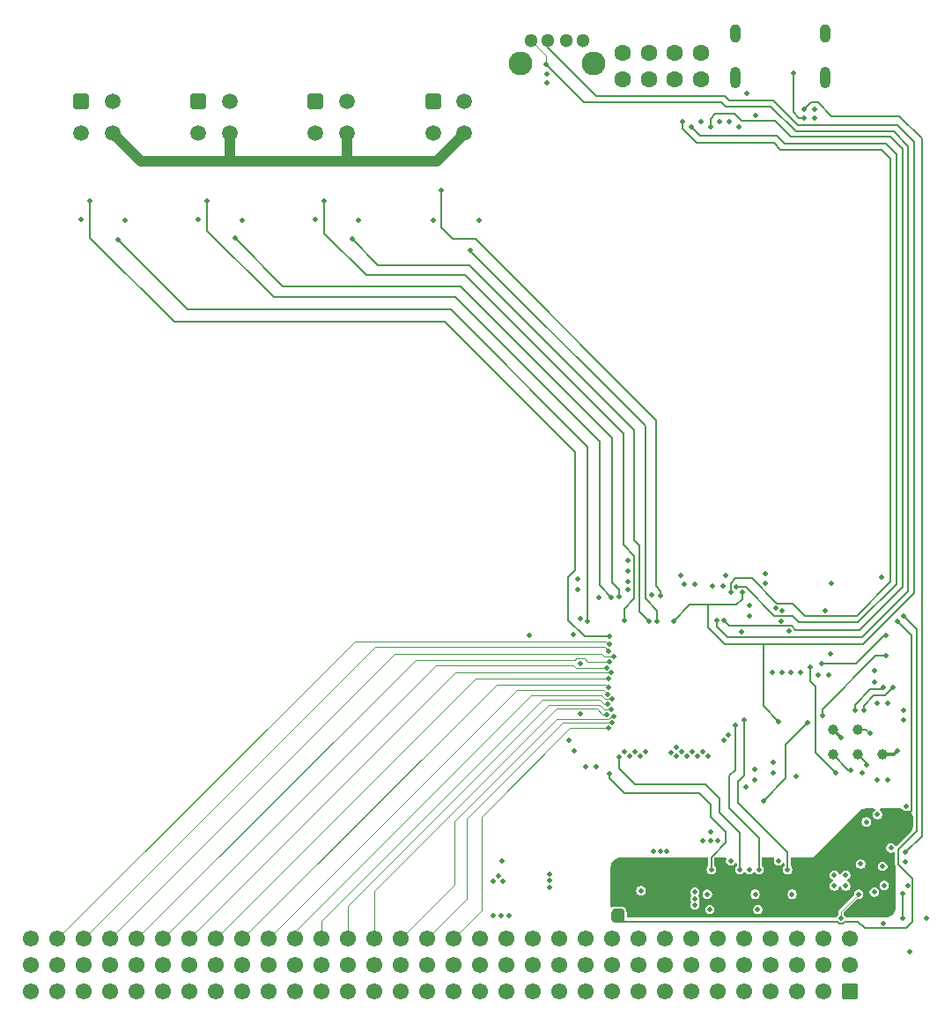
<source format=gbr>
%TF.GenerationSoftware,KiCad,Pcbnew,9.0.2-9.0.2-0~ubuntu24.04.1*%
%TF.CreationDate,2025-05-28T16:11:51+00:00*%
%TF.ProjectId,gpio-module,6770696f-2d6d-46f6-9475-6c652e6b6963,1.0.0*%
%TF.SameCoordinates,Original*%
%TF.FileFunction,Copper,L4,Bot*%
%TF.FilePolarity,Positive*%
%FSLAX46Y46*%
G04 Gerber Fmt 4.6, Leading zero omitted, Abs format (unit mm)*
G04 Created by KiCad (PCBNEW 9.0.2-9.0.2-0~ubuntu24.04.1) date 2025-05-28 16:11:51*
%MOMM*%
%LPD*%
G01*
G04 APERTURE LIST*
G04 Aperture macros list*
%AMRoundRect*
0 Rectangle with rounded corners*
0 $1 Rounding radius*
0 $2 $3 $4 $5 $6 $7 $8 $9 X,Y pos of 4 corners*
0 Add a 4 corners polygon primitive as box body*
4,1,4,$2,$3,$4,$5,$6,$7,$8,$9,$2,$3,0*
0 Add four circle primitives for the rounded corners*
1,1,$1+$1,$2,$3*
1,1,$1+$1,$4,$5*
1,1,$1+$1,$6,$7*
1,1,$1+$1,$8,$9*
0 Add four rect primitives between the rounded corners*
20,1,$1+$1,$2,$3,$4,$5,0*
20,1,$1+$1,$4,$5,$6,$7,0*
20,1,$1+$1,$6,$7,$8,$9,0*
20,1,$1+$1,$8,$9,$2,$3,0*%
G04 Aperture macros list end*
%TA.AperFunction,ComponentPad*%
%ADD10C,1.600000*%
%TD*%
%TA.AperFunction,ComponentPad*%
%ADD11RoundRect,0.250001X-0.499999X-0.499999X0.499999X-0.499999X0.499999X0.499999X-0.499999X0.499999X0*%
%TD*%
%TA.AperFunction,ComponentPad*%
%ADD12C,1.500000*%
%TD*%
%TA.AperFunction,ComponentPad*%
%ADD13C,1.300000*%
%TD*%
%TA.AperFunction,ComponentPad*%
%ADD14C,2.286000*%
%TD*%
%TA.AperFunction,ComponentPad*%
%ADD15O,1.000000X2.100000*%
%TD*%
%TA.AperFunction,ComponentPad*%
%ADD16O,1.000000X1.800000*%
%TD*%
%TA.AperFunction,ComponentPad*%
%ADD17RoundRect,0.249999X0.525001X0.525001X-0.525001X0.525001X-0.525001X-0.525001X0.525001X-0.525001X0*%
%TD*%
%TA.AperFunction,ComponentPad*%
%ADD18C,1.550000*%
%TD*%
%TA.AperFunction,SMDPad,CuDef*%
%ADD19C,1.000000*%
%TD*%
%TA.AperFunction,ViaPad*%
%ADD20C,0.500000*%
%TD*%
%TA.AperFunction,Conductor*%
%ADD21C,0.300000*%
%TD*%
%TA.AperFunction,Conductor*%
%ADD22C,1.000000*%
%TD*%
%TA.AperFunction,Conductor*%
%ADD23C,0.150000*%
%TD*%
%TA.AperFunction,Conductor*%
%ADD24C,0.100000*%
%TD*%
G04 APERTURE END LIST*
D10*
%TO.P,LED300,1*%
%TO.N,Net-(LED300-Pad1)*%
X106863600Y-55785000D03*
%TO.P,LED300,2*%
%TO.N,GND*%
X109403600Y-55785000D03*
%TO.P,LED300,3*%
%TO.N,Net-(LED300-Pad3)*%
X106863600Y-58325000D03*
%TO.P,LED300,4*%
%TO.N,GND*%
X109403600Y-58325000D03*
%TD*%
D11*
%TO.P,J8,1,Pin_1*%
%TO.N,+12V_GPIO*%
X88670000Y-60470001D03*
D12*
%TO.P,J8,2,Pin_2*%
%TO.N,/GPIO connector 3/MOSFET power stage/output*%
X91670000Y-60470001D03*
%TO.P,J8,3,Pin_3*%
%TO.N,Net-(J8-Pin_3)*%
X88670000Y-63470001D03*
%TO.P,J8,4,Pin_4*%
%TO.N,+5V*%
X91670000Y-63470001D03*
%TD*%
D13*
%TO.P,BTN400,1*%
%TO.N,GND*%
X103079415Y-54584163D03*
%TO.P,BTN400,2*%
X101449415Y-54584163D03*
%TO.P,BTN400,3*%
%TO.N,/MCU/SWD.~{RST}*%
X99709415Y-54584163D03*
%TO.P,BTN400,4*%
%TO.N,/MCU/USR_BUTTON*%
X98079415Y-54584163D03*
D14*
%TO.P,BTN400,5*%
%TO.N,N/C*%
X104079415Y-56834163D03*
%TO.P,BTN400,6*%
X97079415Y-56834163D03*
%TD*%
D11*
%TO.P,J11,1,Pin_1*%
%TO.N,+12V_GPIO*%
X54870000Y-60470001D03*
D12*
%TO.P,J11,2,Pin_2*%
%TO.N,/GPIO connector 2/MOSFET power stage/output*%
X57870000Y-60470001D03*
%TO.P,J11,3,Pin_3*%
%TO.N,Net-(J11-Pin_3)*%
X54870000Y-63470001D03*
%TO.P,J11,4,Pin_4*%
%TO.N,+5V*%
X57870000Y-63470001D03*
%TD*%
D11*
%TO.P,J9,1,Pin_1*%
%TO.N,+12V_GPIO*%
X77370000Y-60470001D03*
D12*
%TO.P,J9,2,Pin_2*%
%TO.N,/GPIO connector 0/MOSFET power stage/output*%
X80370000Y-60470001D03*
%TO.P,J9,3,Pin_3*%
%TO.N,Net-(J9-Pin_3)*%
X77370000Y-63470001D03*
%TO.P,J9,4,Pin_4*%
%TO.N,+5V*%
X80370000Y-63470001D03*
%TD*%
D15*
%TO.P,J800,S1,SHIELD*%
%TO.N,Net-(J800-SHIELD)*%
X126370000Y-58140000D03*
D16*
X126370000Y-53960000D03*
D15*
X117730000Y-58140000D03*
D16*
X117730000Y-53960000D03*
%TD*%
D17*
%TO.P,J200,a1,a1*%
%TO.N,GND*%
X128740000Y-145975000D03*
D18*
%TO.P,J200,a2,a2*%
%TO.N,/Backplane/BACKPLANE.D+*%
X126200000Y-145975000D03*
%TO.P,J200,a3,a3*%
%TO.N,+5V_STDBY*%
X123660000Y-145975000D03*
%TO.P,J200,a4,a4*%
%TO.N,GND*%
X121120000Y-145975000D03*
%TO.P,J200,a5,a5*%
%TO.N,/Backplane/CAN1.+*%
X118580000Y-145975000D03*
%TO.P,J200,a6,a6*%
%TO.N,/Backplane/CAN1.-*%
X116040000Y-145975000D03*
%TO.P,J200,a7,a7*%
%TO.N,GND*%
X113500000Y-145975000D03*
%TO.P,J200,a8,a8*%
%TO.N,/Backplane/CAN2.+*%
X110960000Y-145975000D03*
%TO.P,J200,a9,a9*%
%TO.N,/Backplane/CAN2.-*%
X108420000Y-145975000D03*
%TO.P,J200,a10,a10*%
%TO.N,GND*%
X105880000Y-145975000D03*
%TO.P,J200,a11,a11*%
%TO.N,+12V*%
X103340000Y-145975000D03*
%TO.P,J200,a12,a12*%
X100800000Y-145975000D03*
%TO.P,J200,a13,a13*%
%TO.N,GND*%
X98260000Y-145975000D03*
%TO.P,J200,a14,a14*%
%TO.N,+24V*%
X95720000Y-145975000D03*
%TO.P,J200,a15,a15*%
%TO.N,GND*%
X93180000Y-145975000D03*
%TO.P,J200,a16,a16*%
%TO.N,/Backplane/GPIOL0*%
X90640000Y-145975000D03*
%TO.P,J200,a17,a17*%
%TO.N,/Backplane/GPIOL1*%
X88100000Y-145975000D03*
%TO.P,J200,a18,a18*%
%TO.N,/Backplane/GPIOL2*%
X85560000Y-145975000D03*
%TO.P,J200,a19,a19*%
%TO.N,/Backplane/GPIOL3*%
X83020000Y-145975000D03*
%TO.P,J200,a20,a20*%
%TO.N,/Backplane/GPIOL4*%
X80480000Y-145975000D03*
%TO.P,J200,a21,a21*%
%TO.N,/Backplane/GPIOL5*%
X77940000Y-145975000D03*
%TO.P,J200,a22,a22*%
%TO.N,/Backplane/GPIOL6*%
X75400000Y-145975000D03*
%TO.P,J200,a23,a23*%
%TO.N,/Backplane/GPIOL7*%
X72860000Y-145975000D03*
%TO.P,J200,a24,a24*%
%TO.N,/Backplane/GPIOL8*%
X70320000Y-145975000D03*
%TO.P,J200,a25,a25*%
%TO.N,/Backplane/GPIOL9*%
X67780000Y-145975000D03*
%TO.P,J200,a26,a26*%
%TO.N,/Backplane/GPIOL10*%
X65240000Y-145975000D03*
%TO.P,J200,a27,a27*%
%TO.N,/Backplane/GPIOL11*%
X62700000Y-145975000D03*
%TO.P,J200,a28,a28*%
%TO.N,/Backplane/GPIOL12*%
X60160000Y-145975000D03*
%TO.P,J200,a29,a29*%
%TO.N,/Backplane/GPIOL13*%
X57620000Y-145975000D03*
%TO.P,J200,a30,a30*%
%TO.N,/Backplane/GPIOL14*%
X55080000Y-145975000D03*
%TO.P,J200,a31,a31*%
%TO.N,/Backplane/GPIOL15*%
X52540000Y-145975000D03*
%TO.P,J200,a32,a32*%
%TO.N,GND*%
X50000000Y-145975000D03*
%TO.P,J200,b1,b1*%
X128740000Y-143435000D03*
%TO.P,J200,b2,b2*%
X126200000Y-143435000D03*
%TO.P,J200,b3,b3*%
%TO.N,+5V_STDBY*%
X123660000Y-143435000D03*
%TO.P,J200,b4,b4*%
%TO.N,GND*%
X121120000Y-143435000D03*
%TO.P,J200,b5,b5*%
%TO.N,/Backplane/CAN1.+*%
X118580000Y-143435000D03*
%TO.P,J200,b6,b6*%
%TO.N,/Backplane/CAN1.-*%
X116040000Y-143435000D03*
%TO.P,J200,b7,b7*%
%TO.N,GND*%
X113500000Y-143435000D03*
%TO.P,J200,b8,b8*%
%TO.N,/Backplane/CAN2.+*%
X110960000Y-143435000D03*
%TO.P,J200,b9,b9*%
%TO.N,/Backplane/CAN2.-*%
X108420000Y-143435000D03*
%TO.P,J200,b10,b10*%
%TO.N,GND*%
X105880000Y-143435000D03*
%TO.P,J200,b11,b11*%
%TO.N,+12V*%
X103340000Y-143435000D03*
%TO.P,J200,b12,b12*%
X100800000Y-143435000D03*
%TO.P,J200,b13,b13*%
%TO.N,GND*%
X98260000Y-143435000D03*
%TO.P,J200,b14,b14*%
%TO.N,+24V*%
X95720000Y-143435000D03*
%TO.P,J200,b15,b15*%
%TO.N,GND*%
X93180000Y-143435000D03*
%TO.P,J200,b16,b16*%
%TO.N,/Backplane/GPIOC0*%
X90640000Y-143435000D03*
%TO.P,J200,b17,b17*%
%TO.N,/Backplane/GPIOC1*%
X88100000Y-143435000D03*
%TO.P,J200,b18,b18*%
%TO.N,/Backplane/GPIOC2*%
X85560000Y-143435000D03*
%TO.P,J200,b19,b19*%
%TO.N,/Backplane/GPIOC3*%
X83020000Y-143435000D03*
%TO.P,J200,b20,b20*%
%TO.N,/Backplane/GPIOC4*%
X80480000Y-143435000D03*
%TO.P,J200,b21,b21*%
%TO.N,/Backplane/GPIOC5*%
X77940000Y-143435000D03*
%TO.P,J200,b22,b22*%
%TO.N,/Backplane/GPIOC6*%
X75400000Y-143435000D03*
%TO.P,J200,b23,b23*%
%TO.N,/Backplane/GPIOC7*%
X72860000Y-143435000D03*
%TO.P,J200,b24,b24*%
%TO.N,/Backplane/GPIOC8*%
X70320000Y-143435000D03*
%TO.P,J200,b25,b25*%
%TO.N,/Backplane/GPIOC9*%
X67780000Y-143435000D03*
%TO.P,J200,b26,b26*%
%TO.N,/Backplane/GPIOC10*%
X65240000Y-143435000D03*
%TO.P,J200,b27,b27*%
%TO.N,/Backplane/GPIOC11*%
X62700000Y-143435000D03*
%TO.P,J200,b28,b28*%
%TO.N,/Backplane/GPIOC12*%
X60160000Y-143435000D03*
%TO.P,J200,b29,b29*%
%TO.N,/Backplane/GPIOC13*%
X57620000Y-143435000D03*
%TO.P,J200,b30,b30*%
%TO.N,/Backplane/GPIOC14*%
X55080000Y-143435000D03*
%TO.P,J200,b31,b31*%
%TO.N,/Backplane/GPIOC15*%
X52540000Y-143435000D03*
%TO.P,J200,b32,b32*%
%TO.N,GND*%
X50000000Y-143435000D03*
%TO.P,J200,c1,c1*%
X128740000Y-140895000D03*
%TO.P,J200,c2,c2*%
%TO.N,/Backplane/BACKPLANE.D-*%
X126200000Y-140895000D03*
%TO.P,J200,c3,c3*%
%TO.N,+5V_STDBY*%
X123660000Y-140895000D03*
%TO.P,J200,c4,c4*%
%TO.N,GND*%
X121120000Y-140895000D03*
%TO.P,J200,c5,c5*%
%TO.N,/Backplane/CAN1.+*%
X118580000Y-140895000D03*
%TO.P,J200,c6,c6*%
%TO.N,/Backplane/CAN1.-*%
X116040000Y-140895000D03*
%TO.P,J200,c7,c7*%
%TO.N,GND*%
X113500000Y-140895000D03*
%TO.P,J200,c8,c8*%
%TO.N,/Backplane/CAN2.+*%
X110960000Y-140895000D03*
%TO.P,J200,c9,c9*%
%TO.N,/Backplane/CAN2.-*%
X108420000Y-140895000D03*
%TO.P,J200,c10,c10*%
%TO.N,GND*%
X105880000Y-140895000D03*
%TO.P,J200,c11,c11*%
%TO.N,+12V*%
X103340000Y-140895000D03*
%TO.P,J200,c12,c12*%
X100800000Y-140895000D03*
%TO.P,J200,c13,c13*%
%TO.N,GND*%
X98260000Y-140895000D03*
%TO.P,J200,c14,c14*%
%TO.N,+24V*%
X95720000Y-140895000D03*
%TO.P,J200,c15,c15*%
%TO.N,GND*%
X93180000Y-140895000D03*
%TO.P,J200,c16,c16*%
%TO.N,/Backplane/GPIOR0*%
X90640000Y-140895000D03*
%TO.P,J200,c17,c17*%
%TO.N,/Backplane/GPIOR1*%
X88100000Y-140895000D03*
%TO.P,J200,c18,c18*%
%TO.N,/Backplane/GPIOR2*%
X85560000Y-140895000D03*
%TO.P,J200,c19,c19*%
%TO.N,/Backplane/GPIOR3*%
X83020000Y-140895000D03*
%TO.P,J200,c20,c20*%
%TO.N,/Backplane/GPIOR4*%
X80480000Y-140895000D03*
%TO.P,J200,c21,c21*%
%TO.N,/Backplane/GPIOR5*%
X77940000Y-140895000D03*
%TO.P,J200,c22,c22*%
%TO.N,/Backplane/GPIOR6*%
X75400000Y-140895000D03*
%TO.P,J200,c23,c23*%
%TO.N,/Backplane/GPIOR7*%
X72860000Y-140895000D03*
%TO.P,J200,c24,c24*%
%TO.N,/Backplane/GPIOR8*%
X70320000Y-140895000D03*
%TO.P,J200,c25,c25*%
%TO.N,/Backplane/GPIOR9*%
X67780000Y-140895000D03*
%TO.P,J200,c26,c26*%
%TO.N,/Backplane/GPIOR10*%
X65240000Y-140895000D03*
%TO.P,J200,c27,c27*%
%TO.N,/Backplane/GPIOR11*%
X62700000Y-140895000D03*
%TO.P,J200,c28,c28*%
%TO.N,/Backplane/GPIOR12*%
X60160000Y-140895000D03*
%TO.P,J200,c29,c29*%
%TO.N,/Backplane/GPIOR13*%
X57620000Y-140895000D03*
%TO.P,J200,c30,c30*%
%TO.N,/Backplane/GPIOR14*%
X55080000Y-140895000D03*
%TO.P,J200,c31,c31*%
%TO.N,/Backplane/GPIOR15*%
X52540000Y-140895000D03*
%TO.P,J200,c32,c32*%
%TO.N,GND*%
X50000000Y-140895000D03*
%TD*%
D11*
%TO.P,J10,1,Pin_1*%
%TO.N,+12V_GPIO*%
X66120000Y-60470001D03*
D12*
%TO.P,J10,2,Pin_2*%
%TO.N,/GPIO connector 1/MOSFET power stage/output*%
X69120000Y-60470001D03*
%TO.P,J10,3,Pin_3*%
%TO.N,Net-(J10-Pin_3)*%
X66120000Y-63470001D03*
%TO.P,J10,4,Pin_4*%
%TO.N,+5V*%
X69120000Y-63470001D03*
%TD*%
D10*
%TO.P,LED301,1*%
%TO.N,Net-(LED301-Pad1)*%
X111913600Y-55785000D03*
%TO.P,LED301,2*%
%TO.N,GND*%
X114453600Y-55785000D03*
%TO.P,LED301,3*%
%TO.N,Net-(LED301-Pad3)*%
X111913600Y-58325000D03*
%TO.P,LED301,4*%
%TO.N,GND*%
X114453600Y-58325000D03*
%TD*%
D19*
%TO.P,TP704,1,1*%
%TO.N,/ST-LINK/DIO*%
X127100000Y-123175000D03*
%TD*%
%TO.P,TP706,1,1*%
%TO.N,GND*%
X131900000Y-123175000D03*
%TD*%
%TO.P,TP703,1,1*%
%TO.N,/ST-LINK/STLINK-BOOT0*%
X129500000Y-120775000D03*
%TD*%
%TO.P,TP702,1,1*%
%TO.N,+3V3*%
X127100000Y-120775000D03*
%TD*%
%TO.P,TP705,1,1*%
%TO.N,/ST-LINK/CLK*%
X129500000Y-123175000D03*
%TD*%
D20*
%TO.N,+3V3*%
X115300000Y-138075000D03*
X99598400Y-58685001D03*
X131350000Y-125625000D03*
X121325000Y-115325000D03*
X121662040Y-109139790D03*
X104325000Y-124400000D03*
X120590000Y-106765000D03*
X115350000Y-131500000D03*
X132050000Y-135775000D03*
X131800000Y-106175000D03*
X131400000Y-128975000D03*
X133950000Y-118922500D03*
X114650000Y-131500000D03*
X115350000Y-130625000D03*
X107442000Y-107343001D03*
X121350000Y-124927500D03*
X127900000Y-121575000D03*
X125700000Y-115575000D03*
X131350000Y-118275000D03*
X124000000Y-115300000D03*
X122225000Y-109375000D03*
X115575000Y-107050000D03*
X101700000Y-121825000D03*
X107442000Y-104549001D03*
X119900000Y-138075000D03*
X116025000Y-131500000D03*
X112825000Y-106875000D03*
X119625000Y-124600000D03*
X114450000Y-62375000D03*
X122174000Y-110375000D03*
X102133531Y-111641425D03*
X102624000Y-106327001D03*
%TO.N,GND*%
X99598400Y-57785001D03*
X129900000Y-124961216D03*
X128350000Y-134775000D03*
X109870720Y-132521542D03*
X134470000Y-142162501D03*
X127250000Y-134775000D03*
X116250000Y-62375000D03*
X95300000Y-133425000D03*
X132350000Y-125625000D03*
X113850000Y-136425000D03*
X107442000Y-106581001D03*
X118364000Y-111407001D03*
X102624000Y-107343001D03*
X88670000Y-71885001D03*
X130325000Y-129675000D03*
X110520720Y-132521542D03*
X108650000Y-136275000D03*
X59045000Y-71885001D03*
X102850000Y-119275000D03*
X77370000Y-71785000D03*
X119126000Y-109883001D03*
X115050000Y-136625000D03*
X121350000Y-123927500D03*
X116825000Y-106025000D03*
X119625000Y-125600000D03*
X126375000Y-109375000D03*
X126900000Y-113525000D03*
X131150000Y-116225000D03*
X112525000Y-106025000D03*
X97900000Y-111775000D03*
X81545000Y-71885001D03*
X113850000Y-137675000D03*
X94450000Y-138675000D03*
X116575000Y-107050000D03*
X128350000Y-135825000D03*
X118750000Y-126325000D03*
X134150000Y-128175000D03*
X131900000Y-133925000D03*
X126950000Y-106725000D03*
X119100000Y-134275000D03*
X111170720Y-132521542D03*
X107442000Y-105565001D03*
X122200000Y-115275000D03*
X117150000Y-62375000D03*
X131150000Y-115125000D03*
X119670000Y-61785001D03*
X133300000Y-122825000D03*
X118050000Y-62925000D03*
X133950000Y-119922500D03*
X134100000Y-133525000D03*
X66120000Y-71785000D03*
X134300000Y-135775000D03*
X93070000Y-71885001D03*
X109728000Y-107851001D03*
X113825000Y-106875000D03*
X119126000Y-108867001D03*
X121900000Y-133425000D03*
X118850000Y-59675000D03*
X102868898Y-114435000D03*
X103325000Y-124400000D03*
X102870000Y-110137001D03*
X104648000Y-108105001D03*
X117300000Y-133425000D03*
X120590000Y-105865000D03*
X129800000Y-133725000D03*
X95953492Y-138663288D03*
X127250000Y-135825000D03*
X131100000Y-136425000D03*
X54870000Y-71785000D03*
X99850000Y-134671508D03*
X95200000Y-138675000D03*
X99850000Y-135971508D03*
X136150000Y-138925000D03*
X102225000Y-122850000D03*
X126700000Y-115575000D03*
X123200000Y-136625000D03*
X70295000Y-71885001D03*
X131950000Y-139425000D03*
X113850000Y-137075000D03*
X125350000Y-62025000D03*
X125350000Y-61225000D03*
X123550000Y-125325000D03*
X132700000Y-132175000D03*
X122936000Y-111325000D03*
X99850000Y-135321508D03*
X123100000Y-115275000D03*
X132350000Y-118275000D03*
X119650000Y-136625000D03*
%TO.N,+5V*%
X106125000Y-137025000D03*
X134150000Y-129075000D03*
X116300000Y-133425000D03*
X83770000Y-66085001D03*
X106775000Y-136325000D03*
X133300000Y-110375000D03*
X86470000Y-66085001D03*
X131100000Y-135525001D03*
X106775000Y-137025000D03*
X126200000Y-137025000D03*
X85570000Y-66085001D03*
X106125000Y-136325000D03*
X120900000Y-133425000D03*
X84670000Y-66085001D03*
%TO.N,/ST-LINK/LED*%
X124950000Y-114800000D03*
X127400000Y-124950000D03*
%TO.N,/ST-LINK/STLINK-BOOT0*%
X130675000Y-121175000D03*
%TO.N,/ST-LINK/DIO*%
X128875000Y-124675000D03*
%TO.N,/ST-LINK/CLK*%
X130350000Y-124175000D03*
%TO.N,+12V_FUSED*%
X94451270Y-135361059D03*
X133950000Y-109925000D03*
X106125000Y-139025000D03*
X106125000Y-138325000D03*
X106775000Y-138325000D03*
X95375000Y-135375000D03*
X106775000Y-139025000D03*
X94950000Y-134875000D03*
%TO.N,/ST-LINK/STLINK_RX*%
X126100000Y-119500000D03*
X132200000Y-113725000D03*
%TO.N,/USB/VBUS_IN*%
X124350000Y-61225000D03*
X134050000Y-132625000D03*
%TO.N,/ST-LINK/STLINK_TX*%
X132200000Y-111725000D03*
X126075000Y-114450000D03*
%TO.N,/MCU/USR_BUTTON*%
X115975000Y-110350000D03*
X99538600Y-56899202D03*
%TO.N,/GPIO connector 3/input*%
X89470000Y-68985001D03*
X110570000Y-107985001D03*
%TO.N,/GPIO connector 3/output*%
X110220000Y-110385001D03*
X92270000Y-74785001D03*
%TO.N,/MCU/SWD.~{RST}*%
X111822500Y-110382501D03*
X121900000Y-120045000D03*
X118377238Y-107645000D03*
%TO.N,/Backplane/GPIOL5*%
X113575000Y-122950001D03*
%TO.N,/Backplane/GPIOL3*%
X114575000Y-122950001D03*
%TO.N,/Backplane/GPIOL6*%
X113075000Y-123395001D03*
%TO.N,/Backplane/GPIOR8*%
X105570000Y-116735001D03*
%TO.N,/Backplane/GPIOL2*%
X115075000Y-123395001D03*
%TO.N,/Backplane/GPIOR0*%
X105521732Y-120686227D03*
%TO.N,/Backplane/GPIOR3*%
X105411209Y-119351210D03*
%TO.N,/Backplane/GPIOR15*%
X105599863Y-112626890D03*
%TO.N,/Backplane/GPIOL10*%
X112076076Y-122533374D03*
%TO.N,/Backplane/GPIOL12*%
X108575000Y-123395001D03*
%TO.N,/Backplane/GPIOR5*%
X105436807Y-118350051D03*
%TO.N,/Backplane/GPIOR2*%
X106039705Y-119517031D03*
%TO.N,/Backplane/GPIOL9*%
X111550000Y-123015001D03*
%TO.N,/Backplane/GPIOL0*%
X117095000Y-121350000D03*
%TO.N,/Backplane/GPIOL14*%
X107575000Y-123395001D03*
%TO.N,/Backplane/GPIOL11*%
X109075000Y-122950001D03*
%TO.N,/Backplane/GPIOL8*%
X112099635Y-123393319D03*
%TO.N,/Backplane/GPIOR6*%
X105879816Y-117874398D03*
%TO.N,/Backplane/GPIOR1*%
X105887633Y-120148994D03*
%TO.N,/Backplane/GPIOR11*%
X105350696Y-114855906D03*
%TO.N,/Backplane/GPIOL15*%
X107075000Y-122950001D03*
%TO.N,/Backplane/GPIOR4*%
X105839747Y-118862478D03*
%TO.N,/Backplane/GPIOL13*%
X108075000Y-122950001D03*
%TO.N,/Backplane/GPIOL7*%
X112575000Y-122950001D03*
%TO.N,/Backplane/GPIOR9*%
X105516564Y-115923270D03*
%TO.N,/Backplane/GPIOR10*%
X105792013Y-115334516D03*
%TO.N,/Backplane/GPIOR12*%
X105615709Y-114262383D03*
%TO.N,/Backplane/GPIOL4*%
X114075000Y-123395001D03*
%TO.N,/Backplane/GPIOL1*%
X116650000Y-121850000D03*
%TO.N,/Backplane/GPIOR7*%
X105438686Y-117397003D03*
%TO.N,/Backplane/GPIOR13*%
X106028748Y-113754668D03*
%TO.N,/Backplane/GPIOR14*%
X105588145Y-113276784D03*
%TO.N,/CAN transceiver 1/CAN.TX*%
X122775000Y-134250000D03*
X118550000Y-119850000D03*
%TO.N,/CAN transceiver 1/CAN.RX*%
X117700000Y-120375000D03*
X120025000Y-134250000D03*
%TO.N,/CAN transceiver 2/CAN.TX*%
X118175000Y-134250000D03*
X106575000Y-123400000D03*
%TO.N,/CAN transceiver 2/CAN.RX*%
X105650000Y-125035001D03*
X115425000Y-134250000D03*
%TO.N,/USB/CC1*%
X123300000Y-57725000D03*
X124350000Y-62025000D03*
%TO.N,/MCU/USER_LED_1*%
X113550000Y-62925000D03*
X117850000Y-107125000D03*
%TO.N,/MCU/USER_LED_2*%
X117300000Y-107625000D03*
X112650000Y-62375000D03*
%TO.N,/MCU/STATUS_LED*%
X115350000Y-62925000D03*
X116675000Y-110350000D03*
%TO.N,/GPIO connector 0/input*%
X78220000Y-69985001D03*
X107074999Y-110335001D03*
%TO.N,/GPIO connector 1/input*%
X105845000Y-108085001D03*
X66970000Y-69985001D03*
%TO.N,/GPIO connector 2/input*%
X55720000Y-69985001D03*
X105600000Y-111820512D03*
%TO.N,/GPIO connector 0/output*%
X80870000Y-73685001D03*
X109445000Y-110385001D03*
%TO.N,/GPIO connector 1/output*%
X69620000Y-73560001D03*
X106575000Y-108060001D03*
%TO.N,/GPIO connector 2/output*%
X58370000Y-73735001D03*
X103545000Y-110360001D03*
%TO.N,Net-(U801-~{OE})*%
X133850000Y-136575000D03*
X133850000Y-138925000D03*
%TO.N,Net-(U700-PC14)*%
X129225000Y-118925000D03*
X131950000Y-116775000D03*
%TO.N,Net-(U700-PC13)*%
X130100000Y-118925000D03*
X132900000Y-116775000D03*
%TO.N,Net-(U700-PA5)*%
X124700000Y-120175000D03*
X120425000Y-127650000D03*
%TO.N,Net-(U302-PGANG)*%
X129600000Y-136625000D03*
X127900000Y-138925000D03*
%TD*%
D21*
%TO.N,+3V3*%
X127900000Y-121575000D02*
X127100000Y-120775000D01*
%TO.N,GND*%
X133300000Y-122825000D02*
X132950000Y-123175000D01*
X132950000Y-123175000D02*
X131900000Y-123175000D01*
D22*
%TO.N,+5V*%
X69120000Y-65935001D02*
X69120000Y-63470001D01*
X60585000Y-66185001D02*
X57870000Y-63470001D01*
X81270000Y-66185001D02*
X80370000Y-66185001D01*
X91670000Y-63470001D02*
X91670000Y-63585001D01*
X69370000Y-66185001D02*
X60585000Y-66185001D01*
X69370000Y-66185001D02*
X69120000Y-65935001D01*
X69370000Y-66185001D02*
X69170000Y-66185001D01*
X91670000Y-63585001D02*
X89070000Y-66185001D01*
D23*
X133300000Y-110375000D02*
X134650000Y-111725000D01*
D22*
X89070000Y-66185001D02*
X81270000Y-66185001D01*
D23*
X134650000Y-111725000D02*
X134650000Y-128575000D01*
X134650000Y-128575000D02*
X134150000Y-129075000D01*
D22*
X81270000Y-66185001D02*
X69370000Y-66185001D01*
X80370000Y-66185001D02*
X80370000Y-63470001D01*
D23*
%TO.N,/ST-LINK/LED*%
X124950000Y-116125000D02*
X125450000Y-116625000D01*
X125450000Y-123000000D02*
X127400000Y-124950000D01*
X124950000Y-114800000D02*
X124950000Y-116125000D01*
X125450000Y-116625000D02*
X125450000Y-123000000D01*
%TO.N,/ST-LINK/STLINK-BOOT0*%
X130275000Y-120775000D02*
X129500000Y-120775000D01*
X130675000Y-121175000D02*
X130275000Y-120775000D01*
%TO.N,/ST-LINK/DIO*%
X128875000Y-124675000D02*
X128600000Y-124675000D01*
X128600000Y-124675000D02*
X127100000Y-123175000D01*
%TO.N,/ST-LINK/CLK*%
X130350000Y-124175000D02*
X130350000Y-124025000D01*
X130350000Y-124025000D02*
X129500000Y-123175000D01*
%TO.N,+12V_FUSED*%
X127536541Y-139233293D02*
X106983293Y-139233293D01*
X133370000Y-132355000D02*
X133370000Y-133745000D01*
X134775000Y-135150000D02*
X134775000Y-135971752D01*
X133370000Y-133745000D02*
X134775000Y-135150000D01*
X134770000Y-135976752D02*
X134770000Y-139285001D01*
X135150000Y-130575000D02*
X133370000Y-132355000D01*
X105900000Y-139025000D02*
X106125000Y-139025000D01*
X134770000Y-139285001D02*
X134155001Y-139900000D01*
X128263459Y-139233293D02*
X128096752Y-139400000D01*
X128096752Y-139400000D02*
X127703248Y-139400000D01*
X133950000Y-109925000D02*
X135150000Y-111125000D01*
X134775000Y-135971752D02*
X134770000Y-135976752D01*
X135150000Y-111125000D02*
X135150000Y-130575000D01*
X127703248Y-139400000D02*
X127536541Y-139233293D01*
X130184999Y-139900000D02*
X129518292Y-139233293D01*
X134155001Y-139900000D02*
X130184999Y-139900000D01*
X129518292Y-139233293D02*
X128263459Y-139233293D01*
X106983293Y-139233293D02*
X106775000Y-139025000D01*
%TO.N,/ST-LINK/STLINK_RX*%
X131225000Y-113725000D02*
X126100000Y-118850000D01*
X126100000Y-118850000D02*
X126100000Y-119500000D01*
X132200000Y-113725000D02*
X131225000Y-113725000D01*
%TO.N,/USB/VBUS_IN*%
X125037500Y-60537500D02*
X124350000Y-61225000D01*
X133475000Y-61850000D02*
X127000000Y-61850000D01*
X135650000Y-131025000D02*
X135650000Y-64025000D01*
X134050000Y-132625000D02*
X135650000Y-131025000D01*
X135650000Y-64025000D02*
X133475000Y-61850000D01*
X125687500Y-60537500D02*
X125037500Y-60537500D01*
X127000000Y-61850000D02*
X125687500Y-60537500D01*
%TO.N,/ST-LINK/STLINK_TX*%
X132200000Y-111725000D02*
X132050000Y-111725000D01*
X129325000Y-114450000D02*
X126075000Y-114450000D01*
X132050000Y-111725000D02*
X129325000Y-114450000D01*
%TO.N,/MCU/USR_BUTTON*%
X129900000Y-111925000D02*
X134325000Y-107500000D01*
X116950000Y-111925000D02*
X129900000Y-111925000D01*
D24*
X99538600Y-56033600D02*
X98080000Y-54575000D01*
D23*
X132950000Y-63350000D02*
X123550000Y-63350000D01*
D24*
X99538600Y-56899202D02*
X99538600Y-56033600D01*
D23*
X134325000Y-107500000D02*
X134325000Y-64725000D01*
X123550000Y-63350000D02*
X121150000Y-60950000D01*
X115975000Y-110950000D02*
X116950000Y-111925000D01*
X134325000Y-64725000D02*
X132950000Y-63350000D01*
X116425000Y-60525000D02*
X103164398Y-60525000D01*
X103164398Y-60525000D02*
X99538600Y-56899202D01*
X116850000Y-60950000D02*
X116425000Y-60525000D01*
X115975000Y-110350000D02*
X115975000Y-110950000D01*
X121150000Y-60950000D02*
X116850000Y-60950000D01*
%TO.N,/GPIO connector 3/input*%
X110140000Y-107055001D02*
X110570000Y-107485001D01*
X89470000Y-72585001D02*
X90570000Y-73685001D01*
X89470000Y-68985001D02*
X89470000Y-72585001D01*
X90570000Y-73685001D02*
X92770000Y-73685001D01*
X92770000Y-73685001D02*
X110140000Y-91055001D01*
X110570000Y-107485001D02*
X110570000Y-107985001D01*
X110140000Y-91055001D02*
X110140000Y-107055001D01*
%TO.N,/GPIO connector 3/output*%
X92720000Y-75285001D02*
X92270000Y-74835001D01*
X109070000Y-108235001D02*
X109070000Y-91635001D01*
X110220000Y-110385001D02*
X110220000Y-109385001D01*
X109070000Y-91635001D02*
X92720000Y-75285001D01*
X110220000Y-109385001D02*
X109070000Y-108235001D01*
X92270000Y-74835001D02*
X92270000Y-74785001D01*
%TO.N,/MCU/SWD.~{RST}*%
X133300000Y-62725000D02*
X134925000Y-64350000D01*
X99710000Y-54575000D02*
X99710000Y-55260000D01*
X116700000Y-112625000D02*
X115100000Y-111025000D01*
X113380001Y-108825000D02*
X115100000Y-108825000D01*
X104375000Y-59925000D02*
X116700000Y-59925000D01*
X117150000Y-60375000D02*
X121375000Y-60375000D01*
X120420000Y-118565000D02*
X121900000Y-120045000D01*
X123725000Y-62725000D02*
X133300000Y-62725000D01*
X117830001Y-108825000D02*
X115100000Y-108825000D01*
X99710000Y-55260000D02*
X104375000Y-59925000D01*
X134925000Y-107725000D02*
X130025000Y-112625000D01*
X130025000Y-112625000D02*
X120420000Y-112625000D01*
X116700000Y-59925000D02*
X117150000Y-60375000D01*
X115100000Y-111025000D02*
X115100000Y-108825000D01*
X118377238Y-108277763D02*
X117830001Y-108825000D01*
X118377238Y-107645000D02*
X118377238Y-108277763D01*
X120420000Y-112625000D02*
X116700000Y-112625000D01*
X111822500Y-110382501D02*
X113380001Y-108825000D01*
X121375000Y-60375000D02*
X123725000Y-62725000D01*
X134925000Y-64350000D02*
X134925000Y-107725000D01*
X120420000Y-112625000D02*
X120420000Y-118565000D01*
D24*
%TO.N,/Backplane/GPIOR8*%
X105295000Y-116460001D02*
X105570000Y-116735001D01*
X94754999Y-116460001D02*
X105295000Y-116460001D01*
X70320000Y-140895000D02*
X94754999Y-116460001D01*
%TO.N,/Backplane/GPIOR0*%
X90640000Y-140895000D02*
X93345000Y-138190000D01*
X101843774Y-120686227D02*
X105521732Y-120686227D01*
X93345000Y-138190000D02*
X93345000Y-129185001D01*
X93345000Y-129185001D02*
X101843774Y-120686227D01*
%TO.N,/Backplane/GPIOR3*%
X105411209Y-119351210D02*
X104986209Y-119351210D01*
X83020000Y-136335001D02*
X83020000Y-140895000D01*
X104458999Y-118824000D02*
X100531001Y-118824000D01*
X104986209Y-119351210D02*
X104458999Y-118824000D01*
X100531001Y-118824000D02*
X83020000Y-136335001D01*
%TO.N,/Backplane/GPIOR15*%
X105599863Y-112626890D02*
X105282974Y-112310001D01*
X105282974Y-112310001D02*
X81124999Y-112310001D01*
X81124999Y-112310001D02*
X52540000Y-140895000D01*
%TO.N,/Backplane/GPIOR5*%
X105153964Y-118350051D02*
X104738914Y-117935001D01*
X104738914Y-117935001D02*
X99220000Y-117935001D01*
X99220000Y-117935001D02*
X77940000Y-139215001D01*
X77940000Y-139215001D02*
X77940000Y-140895000D01*
X105436807Y-118350051D02*
X105153964Y-118350051D01*
%TO.N,/Backplane/GPIOR2*%
X85560000Y-140895000D02*
X90770000Y-135685000D01*
X105883199Y-119517031D02*
X106039705Y-119517031D01*
X90770000Y-135685000D02*
X90770000Y-129610001D01*
X90770000Y-129610001D02*
X100570000Y-119810001D01*
X105590229Y-119810001D02*
X105883199Y-119517031D01*
X100570000Y-119810001D02*
X105590229Y-119810001D01*
%TO.N,/Backplane/GPIOR6*%
X98120000Y-117485001D02*
X104888873Y-117485001D01*
X105740419Y-117735001D02*
X105879816Y-117874398D01*
X104888873Y-117485001D02*
X105251875Y-117848003D01*
X75400000Y-140205001D02*
X98120000Y-117485001D01*
X75400000Y-140895000D02*
X75400000Y-140205001D01*
X105625497Y-117848003D02*
X105738499Y-117735001D01*
X105738499Y-117735001D02*
X105740419Y-117735001D01*
X105251875Y-117848003D02*
X105625497Y-117848003D01*
%TO.N,/Backplane/GPIOR1*%
X91920000Y-129335001D02*
X101106007Y-120148994D01*
X88100000Y-140895000D02*
X91920000Y-137075000D01*
X91920000Y-137075000D02*
X91920000Y-129335001D01*
X101106007Y-120148994D02*
X105887633Y-120148994D01*
%TO.N,/Backplane/GPIOR11*%
X105350696Y-114855906D02*
X105320602Y-114886000D01*
X88934999Y-114660001D02*
X62700000Y-140895000D01*
X105320602Y-114886000D02*
X102395999Y-114886000D01*
X102395999Y-114886000D02*
X102170000Y-114660001D01*
X102170000Y-114660001D02*
X88934999Y-114660001D01*
%TO.N,/Backplane/GPIOR4*%
X80480000Y-137775001D02*
X99770000Y-118485001D01*
X104720000Y-118485001D02*
X105097477Y-118862478D01*
X80480000Y-140895000D02*
X80480000Y-137775001D01*
X105097477Y-118862478D02*
X105839747Y-118862478D01*
X99770000Y-118485001D02*
X104720000Y-118485001D01*
%TO.N,/Backplane/GPIOR9*%
X67780000Y-140895000D02*
X92751730Y-115923270D01*
X92751730Y-115923270D02*
X105516564Y-115923270D01*
%TO.N,/Backplane/GPIOR10*%
X90800484Y-115334516D02*
X105792013Y-115334516D01*
X65240000Y-140895000D02*
X90800484Y-115334516D01*
%TO.N,/Backplane/GPIOR12*%
X60160000Y-140895000D02*
X86969999Y-114085001D01*
X102320000Y-114085001D02*
X102445000Y-113960001D01*
X102445000Y-113960001D02*
X103245000Y-113960001D01*
X103547382Y-114262383D02*
X105615709Y-114262383D01*
X86969999Y-114085001D02*
X102320000Y-114085001D01*
X103245000Y-113960001D02*
X103547382Y-114262383D01*
%TO.N,/Backplane/GPIOR7*%
X96719999Y-117035001D02*
X105076684Y-117035001D01*
X105076684Y-117035001D02*
X105438686Y-117397003D01*
X72860000Y-140895000D02*
X96719999Y-117035001D01*
%TO.N,/Backplane/GPIOR13*%
X106028748Y-113754668D02*
X105139667Y-113754668D01*
X104895000Y-113510001D02*
X85004999Y-113510001D01*
X105139667Y-113754668D02*
X104895000Y-113510001D01*
X85004999Y-113510001D02*
X57620000Y-140895000D01*
%TO.N,/Backplane/GPIOR14*%
X55080000Y-140895000D02*
X83114999Y-112860001D01*
X105171362Y-112860001D02*
X105588145Y-113276784D01*
X83114999Y-112860001D02*
X105171362Y-112860001D01*
D23*
%TO.N,/CAN transceiver 1/CAN.TX*%
X118550000Y-119850000D02*
X118550000Y-125225000D01*
X122775000Y-132600000D02*
X122775000Y-134250000D01*
X118550000Y-125225000D02*
X118000000Y-125775000D01*
X118000000Y-127825000D02*
X122775000Y-132600000D01*
X118000000Y-125775000D02*
X118000000Y-127825000D01*
%TO.N,/CAN transceiver 1/CAN.RX*%
X117150000Y-125225000D02*
X117150000Y-128325000D01*
X117700000Y-124675000D02*
X117150000Y-125225000D01*
X117150000Y-128325000D02*
X120025000Y-131200000D01*
X117700000Y-120375000D02*
X117700000Y-124675000D01*
X120025000Y-131200000D02*
X120025000Y-134250000D01*
%TO.N,/CAN transceiver 2/CAN.TX*%
X116250000Y-127425000D02*
X114850000Y-126025000D01*
X108100000Y-126025000D02*
X106575000Y-124500000D01*
X118175000Y-134250000D02*
X118175000Y-130700000D01*
X116250000Y-128775000D02*
X116250000Y-127425000D01*
X118175000Y-130700000D02*
X116250000Y-128775000D01*
X106575000Y-124500000D02*
X106575000Y-123400000D01*
X114850000Y-126025000D02*
X108100000Y-126025000D01*
%TO.N,/CAN transceiver 2/CAN.RX*%
X115350000Y-127975000D02*
X115350000Y-129225000D01*
X116800000Y-130675000D02*
X116800000Y-131675000D01*
X114250000Y-126875000D02*
X115350000Y-127975000D01*
X107050000Y-126875000D02*
X114250000Y-126875000D01*
X115350000Y-129225000D02*
X116800000Y-130675000D01*
X105633838Y-125278839D02*
X105633838Y-125458838D01*
X105650000Y-125262677D02*
X105633838Y-125278839D01*
X116800000Y-131675000D02*
X115425000Y-133050000D01*
X105650000Y-125035001D02*
X105650000Y-125262677D01*
X105633838Y-125458838D02*
X107050000Y-126875000D01*
X115425000Y-133050000D02*
X115425000Y-134250000D01*
%TO.N,/USB/CC1*%
X123850000Y-62025000D02*
X123300000Y-61475000D01*
X123300000Y-61475000D02*
X123300000Y-57725000D01*
X124350000Y-62025000D02*
X123850000Y-62025000D01*
%TO.N,/MCU/USER_LED_1*%
X122499999Y-64475000D02*
X132200000Y-64475000D01*
X113550000Y-62925000D02*
X114350000Y-63725000D01*
X121749999Y-63725000D02*
X122499999Y-64475000D01*
X129550000Y-110525000D02*
X123872000Y-110525000D01*
X132200000Y-64475000D02*
X133225000Y-65500000D01*
X123872000Y-110525000D02*
X123222000Y-109875000D01*
X133225000Y-65500000D02*
X133225000Y-106850000D01*
X121500000Y-109875000D02*
X118750000Y-107125000D01*
X114350000Y-63725000D02*
X121749999Y-63725000D01*
X123222000Y-109875000D02*
X121500000Y-109875000D01*
X133225000Y-106850000D02*
X129550000Y-110525000D01*
X118750000Y-107125000D02*
X117850000Y-107125000D01*
%TO.N,/MCU/USER_LED_2*%
X117767499Y-106285001D02*
X119370000Y-106285001D01*
X119370000Y-106285001D02*
X121759999Y-108675000D01*
X117300000Y-107625000D02*
X117300000Y-106752500D01*
X132650000Y-106600000D02*
X132650000Y-65925000D01*
X122079999Y-65075000D02*
X121429999Y-64425000D01*
X117300000Y-106752500D02*
X117767499Y-106285001D01*
X129400000Y-109850000D02*
X132650000Y-106600000D01*
X121759999Y-108675000D02*
X123257000Y-108675000D01*
X131800000Y-65075000D02*
X122079999Y-65075000D01*
X112650000Y-63100000D02*
X112650000Y-62375000D01*
X121429999Y-64425000D02*
X113975000Y-64425000D01*
X123257000Y-108675000D02*
X124432000Y-109850000D01*
X132650000Y-65925000D02*
X131800000Y-65075000D01*
X113975000Y-64425000D02*
X112650000Y-63100000D01*
X124432000Y-109850000D02*
X129400000Y-109850000D01*
%TO.N,/MCU/STATUS_LED*%
X129700000Y-111225000D02*
X123539000Y-111225000D01*
X117175000Y-110850000D02*
X116675000Y-110350000D01*
X133800000Y-65025000D02*
X133800000Y-107125000D01*
X115350000Y-62100000D02*
X115800000Y-61650000D01*
X123075000Y-63875000D02*
X132650000Y-63875000D01*
X123539000Y-111225000D02*
X123164000Y-110850000D01*
X121545001Y-62345001D02*
X123075000Y-63875000D01*
X132650000Y-63875000D02*
X133800000Y-65025000D01*
X115800000Y-61650000D02*
X117675000Y-61650000D01*
X133800000Y-107125000D02*
X129700000Y-111225000D01*
X117675000Y-61650000D02*
X118370001Y-62345001D01*
X118370001Y-62345001D02*
X121545001Y-62345001D01*
X115350000Y-62925000D02*
X115350000Y-62100000D01*
X123164000Y-110850000D02*
X117175000Y-110850000D01*
%TO.N,/GPIO connector 0/input*%
X91720000Y-77160001D02*
X106950000Y-92390001D01*
X106950000Y-92390001D02*
X106950000Y-103075001D01*
X108045000Y-108210001D02*
X107074999Y-109180002D01*
X107074999Y-109180002D02*
X107074999Y-110335001D01*
X78220000Y-69985001D02*
X78220000Y-73110001D01*
X78220000Y-73110001D02*
X82270000Y-77160001D01*
X106950000Y-103075001D02*
X108045000Y-104170001D01*
X82270000Y-77160001D02*
X91720000Y-77160001D01*
X108045000Y-104170001D02*
X108045000Y-108210001D01*
%TO.N,/GPIO connector 1/input*%
X73394322Y-79285001D02*
X66970000Y-72860679D01*
X104670000Y-93110001D02*
X90845000Y-79285001D01*
X104670000Y-106910001D02*
X104670000Y-93110001D01*
X66970000Y-72860679D02*
X66970000Y-69985001D01*
X90845000Y-79285001D02*
X73394322Y-79285001D01*
X105845000Y-108085001D02*
X104670000Y-106910001D01*
%TO.N,/GPIO connector 2/input*%
X101695000Y-110285001D02*
X103230511Y-111820512D01*
X63795000Y-81635001D02*
X89826223Y-81635001D01*
X55720000Y-73560001D02*
X63795000Y-81635001D01*
X103230511Y-111820512D02*
X105600000Y-111820512D01*
X102340000Y-94148778D02*
X102340000Y-105505001D01*
X102340000Y-105505001D02*
X101695000Y-106150001D01*
X89826223Y-81635001D02*
X102340000Y-94148778D01*
X55720000Y-69985001D02*
X55720000Y-73560001D01*
X101695000Y-106150001D02*
X101695000Y-110285001D01*
%TO.N,/GPIO connector 0/output*%
X107980000Y-92020001D02*
X92170000Y-76210001D01*
X92170000Y-76210001D02*
X83395000Y-76210001D01*
X107980000Y-102595001D02*
X107980000Y-92020001D01*
X108520000Y-103135001D02*
X107980000Y-102595001D01*
X83395000Y-76210001D02*
X80870000Y-73685001D01*
X108520000Y-109460001D02*
X108520000Y-103135001D01*
X109445000Y-110385001D02*
X108520000Y-109460001D01*
%TO.N,/GPIO connector 1/output*%
X106575000Y-108060001D02*
X106575000Y-107320001D01*
X74245000Y-78185001D02*
X69620000Y-73560001D01*
X91295000Y-78185001D02*
X74245000Y-78185001D01*
X105900000Y-106645001D02*
X105900000Y-92790001D01*
X105900000Y-92790001D02*
X91295000Y-78185001D01*
X106575000Y-107320001D02*
X105900000Y-106645001D01*
%TO.N,/GPIO connector 2/output*%
X103545000Y-93610001D02*
X90395000Y-80460001D01*
X90395000Y-80460001D02*
X65095000Y-80460001D01*
X65095000Y-80460001D02*
X58370000Y-73735001D01*
X103545000Y-110360001D02*
X103545000Y-93610001D01*
%TO.N,Net-(U801-~{OE})*%
X133850000Y-138925000D02*
X133850000Y-136575000D01*
%TO.N,Net-(U700-PC14)*%
X131800000Y-116925000D02*
X130725736Y-116925000D01*
X129225000Y-118425736D02*
X129225000Y-118925000D01*
X131950000Y-116775000D02*
X131800000Y-116925000D01*
X130725736Y-116925000D02*
X129225000Y-118425736D01*
%TO.N,Net-(U700-PC13)*%
X130100000Y-118500000D02*
X130100000Y-118925000D01*
X132900000Y-116775000D02*
X132150000Y-117525000D01*
X132150000Y-117525000D02*
X131075000Y-117525000D01*
X131075000Y-117525000D02*
X130100000Y-118500000D01*
%TO.N,Net-(U700-PA5)*%
X120425000Y-127650000D02*
X122600000Y-125475000D01*
X122600000Y-125475000D02*
X122600000Y-122275000D01*
X122600000Y-122275000D02*
X124700000Y-120175000D01*
D24*
%TO.N,Net-(U302-PGANG)*%
X127900000Y-138325000D02*
X129600000Y-136625000D01*
X127900000Y-138925000D02*
X127900000Y-138325000D01*
%TD*%
%TA.AperFunction,Conductor*%
%TO.N,+12V_FUSED*%
G36*
X106791971Y-138027381D02*
G01*
X106870618Y-138043024D01*
X106915308Y-138061535D01*
X106971626Y-138099166D01*
X106977519Y-138105059D01*
X106982251Y-138107119D01*
X107005832Y-138133371D01*
X107043462Y-138189688D01*
X107061976Y-138234387D01*
X107077617Y-138313019D01*
X107080000Y-138337210D01*
X107080000Y-139012789D01*
X107077617Y-139036980D01*
X107061976Y-139115612D01*
X107058786Y-139123313D01*
X107058694Y-139128473D01*
X107043462Y-139160311D01*
X107005836Y-139216623D01*
X106971623Y-139250836D01*
X106915311Y-139288462D01*
X106870612Y-139306976D01*
X106791980Y-139322617D01*
X106767789Y-139325000D01*
X106142211Y-139325000D01*
X106118020Y-139322617D01*
X106039387Y-139306976D01*
X105994689Y-139288462D01*
X105938373Y-139250833D01*
X105904166Y-139216626D01*
X105866535Y-139160308D01*
X105848024Y-139115618D01*
X105832381Y-139036971D01*
X105830000Y-139012789D01*
X105830000Y-138337210D01*
X105832381Y-138313029D01*
X105848025Y-138234379D01*
X105866534Y-138189693D01*
X105904168Y-138133370D01*
X105938370Y-138099168D01*
X105994693Y-138061534D01*
X106039379Y-138043025D01*
X106118028Y-138027381D01*
X106142211Y-138025000D01*
X106767789Y-138025000D01*
X106791971Y-138027381D01*
G37*
%TD.AperFunction*%
%TD*%
%TA.AperFunction,Conductor*%
%TO.N,+5V*%
G36*
X131142497Y-128394685D02*
G01*
X131188252Y-128447489D01*
X131198196Y-128516647D01*
X131169171Y-128580203D01*
X131137461Y-128606385D01*
X131123387Y-128614511D01*
X131123384Y-128614513D01*
X131039513Y-128698384D01*
X131039511Y-128698387D01*
X130980201Y-128801114D01*
X130949500Y-128915691D01*
X130949500Y-129034309D01*
X130980201Y-129148886D01*
X131039511Y-129251613D01*
X131123387Y-129335489D01*
X131226114Y-129394799D01*
X131340691Y-129425500D01*
X131340694Y-129425500D01*
X131459306Y-129425500D01*
X131459309Y-129425500D01*
X131573886Y-129394799D01*
X131676613Y-129335489D01*
X131760489Y-129251613D01*
X131819799Y-129148886D01*
X131850500Y-129034309D01*
X131850500Y-128915691D01*
X131819799Y-128801114D01*
X131760489Y-128698387D01*
X131676613Y-128614511D01*
X131662539Y-128606385D01*
X131614326Y-128555820D01*
X131601104Y-128487212D01*
X131627072Y-128422348D01*
X131683986Y-128381820D01*
X131724542Y-128375000D01*
X133673687Y-128375000D01*
X133740726Y-128394685D01*
X133781072Y-128436997D01*
X133789511Y-128451613D01*
X133873387Y-128535489D01*
X133976114Y-128594799D01*
X134090691Y-128625500D01*
X134090694Y-128625500D01*
X134209307Y-128625500D01*
X134209309Y-128625500D01*
X134323886Y-128594799D01*
X134334182Y-128588854D01*
X134355525Y-128583675D01*
X134375259Y-128574017D01*
X134388817Y-128575597D01*
X134402080Y-128572379D01*
X134422838Y-128579562D01*
X134444659Y-128582106D01*
X134463962Y-128593793D01*
X134468107Y-128595228D01*
X134474840Y-128600378D01*
X134505450Y-128625499D01*
X134547666Y-128660145D01*
X134564854Y-128677333D01*
X134673722Y-128809989D01*
X134687227Y-128830201D01*
X134768121Y-128981543D01*
X134777424Y-129004001D01*
X134827240Y-129168224D01*
X134831982Y-129192065D01*
X134849403Y-129368938D01*
X134850000Y-129381092D01*
X134850000Y-129954693D01*
X134849403Y-129966847D01*
X134831982Y-130143721D01*
X134827240Y-130167562D01*
X134777424Y-130331785D01*
X134768121Y-130354243D01*
X134687227Y-130505585D01*
X134673722Y-130525797D01*
X134560969Y-130663186D01*
X134552797Y-130672202D01*
X133272165Y-131952834D01*
X133210842Y-131986319D01*
X133141150Y-131981335D01*
X133085217Y-131939463D01*
X133077097Y-131927153D01*
X133072851Y-131919799D01*
X133060489Y-131898387D01*
X132976613Y-131814511D01*
X132873886Y-131755201D01*
X132759309Y-131724500D01*
X132640691Y-131724500D01*
X132526114Y-131755201D01*
X132526112Y-131755201D01*
X132526112Y-131755202D01*
X132423387Y-131814511D01*
X132423384Y-131814513D01*
X132339513Y-131898384D01*
X132339511Y-131898387D01*
X132291621Y-131981335D01*
X132280201Y-132001114D01*
X132249500Y-132115691D01*
X132249500Y-132234309D01*
X132280201Y-132348886D01*
X132339511Y-132451613D01*
X132423387Y-132535489D01*
X132526114Y-132594799D01*
X132640691Y-132625500D01*
X132640694Y-132625500D01*
X132759306Y-132625500D01*
X132759309Y-132625500D01*
X132873886Y-132594799D01*
X132908499Y-132574814D01*
X132976397Y-132558341D01*
X133042425Y-132581192D01*
X133085617Y-132636112D01*
X133094500Y-132682201D01*
X133094500Y-133799800D01*
X133127247Y-133878856D01*
X133127247Y-133878857D01*
X133140561Y-133911000D01*
X133150000Y-133958453D01*
X133150000Y-137868907D01*
X133149403Y-137881061D01*
X133131982Y-138057934D01*
X133127240Y-138081775D01*
X133077424Y-138245998D01*
X133068121Y-138268456D01*
X132987227Y-138419798D01*
X132973722Y-138440010D01*
X132864854Y-138572666D01*
X132847666Y-138589854D01*
X132715010Y-138698722D01*
X132694798Y-138712227D01*
X132543456Y-138793121D01*
X132520998Y-138802424D01*
X132356775Y-138852240D01*
X132332934Y-138856982D01*
X132156061Y-138874403D01*
X132143907Y-138875000D01*
X128448142Y-138875000D01*
X128381103Y-138855315D01*
X128335348Y-138802511D01*
X128328369Y-138783097D01*
X128319799Y-138751114D01*
X128260489Y-138648387D01*
X128186818Y-138574716D01*
X128172113Y-138547785D01*
X128155523Y-138521970D01*
X128154631Y-138515767D01*
X128153334Y-138513392D01*
X128150500Y-138487035D01*
X128150500Y-138480122D01*
X128170185Y-138413083D01*
X128186814Y-138392446D01*
X129467441Y-137111818D01*
X129528764Y-137078334D01*
X129555122Y-137075500D01*
X129659306Y-137075500D01*
X129659309Y-137075500D01*
X129773886Y-137044799D01*
X129876613Y-136985489D01*
X129960489Y-136901613D01*
X130019799Y-136798886D01*
X130050500Y-136684309D01*
X130050500Y-136565691D01*
X130019799Y-136451114D01*
X130019797Y-136451110D01*
X130001585Y-136419566D01*
X130001584Y-136419565D01*
X129990931Y-136401114D01*
X129970479Y-136365691D01*
X130649500Y-136365691D01*
X130649500Y-136484309D01*
X130680201Y-136598886D01*
X130739511Y-136701613D01*
X130823387Y-136785489D01*
X130926114Y-136844799D01*
X131040691Y-136875500D01*
X131040694Y-136875500D01*
X131159306Y-136875500D01*
X131159309Y-136875500D01*
X131273886Y-136844799D01*
X131376613Y-136785489D01*
X131460489Y-136701613D01*
X131519799Y-136598886D01*
X131550500Y-136484309D01*
X131550500Y-136365691D01*
X131519799Y-136251114D01*
X131460489Y-136148387D01*
X131376613Y-136064511D01*
X131273886Y-136005201D01*
X131159309Y-135974500D01*
X131040691Y-135974500D01*
X130926114Y-136005201D01*
X130926112Y-136005201D01*
X130926112Y-136005202D01*
X130823387Y-136064511D01*
X130823384Y-136064513D01*
X130739513Y-136148384D01*
X130739511Y-136148387D01*
X130700652Y-136215693D01*
X130680201Y-136251114D01*
X130649500Y-136365691D01*
X129970479Y-136365691D01*
X129960489Y-136348387D01*
X129876613Y-136264511D01*
X129773886Y-136205201D01*
X129659309Y-136174500D01*
X129540691Y-136174500D01*
X129426114Y-136205201D01*
X129426112Y-136205201D01*
X129426112Y-136205202D01*
X129323387Y-136264511D01*
X129323384Y-136264513D01*
X129239513Y-136348384D01*
X129239511Y-136348387D01*
X129180201Y-136451114D01*
X129149500Y-136565691D01*
X129149500Y-136565693D01*
X129149500Y-136669876D01*
X129129815Y-136736915D01*
X129113181Y-136757557D01*
X127758103Y-138112636D01*
X127687637Y-138183101D01*
X127687636Y-138183102D01*
X127649500Y-138275170D01*
X127649500Y-138487035D01*
X127629815Y-138554074D01*
X127613182Y-138574716D01*
X127539511Y-138648387D01*
X127480201Y-138751113D01*
X127480201Y-138751114D01*
X127471632Y-138783093D01*
X127435269Y-138842753D01*
X127372422Y-138873283D01*
X127351858Y-138875000D01*
X107409500Y-138875000D01*
X107342461Y-138855315D01*
X107296706Y-138802511D01*
X107285500Y-138751000D01*
X107285500Y-138337221D01*
X107285500Y-138337210D01*
X107284510Y-138317064D01*
X107282127Y-138292873D01*
X107279168Y-138272928D01*
X107263527Y-138194296D01*
X107251835Y-138155749D01*
X107233321Y-138111050D01*
X107217673Y-138081775D01*
X107214334Y-138075527D01*
X107214330Y-138075520D01*
X107202579Y-138057934D01*
X107176699Y-138019201D01*
X107176698Y-138019200D01*
X107176693Y-138019192D01*
X107158727Y-137996065D01*
X107158725Y-137996063D01*
X107158719Y-137996056D01*
X107158711Y-137996046D01*
X107135130Y-137969794D01*
X107135126Y-137969791D01*
X107135118Y-137969783D01*
X107119979Y-137956899D01*
X107116935Y-137953855D01*
X107085804Y-137928306D01*
X107085797Y-137928300D01*
X107085784Y-137928291D01*
X107029497Y-137890680D01*
X107029483Y-137890672D01*
X107029479Y-137890669D01*
X107024655Y-137888090D01*
X106993960Y-137871682D01*
X106993946Y-137871676D01*
X106985693Y-137868257D01*
X106949267Y-137853169D01*
X106949264Y-137853168D01*
X106949259Y-137853166D01*
X106930532Y-137847485D01*
X106910709Y-137841472D01*
X106832062Y-137825829D01*
X106812126Y-137822872D01*
X106812094Y-137822868D01*
X106787948Y-137820491D01*
X106787917Y-137820488D01*
X106777698Y-137819986D01*
X106767789Y-137819500D01*
X106142211Y-137819500D01*
X106130704Y-137820065D01*
X106122066Y-137820489D01*
X106097909Y-137822868D01*
X106097896Y-137822869D01*
X106097892Y-137822870D01*
X106097886Y-137822870D01*
X106097861Y-137822874D01*
X106077929Y-137825830D01*
X106077921Y-137825831D01*
X105999307Y-137841468D01*
X105999295Y-137841471D01*
X105960742Y-137853166D01*
X105960734Y-137853169D01*
X105921450Y-137869440D01*
X105851980Y-137876907D01*
X105789502Y-137845631D01*
X105753851Y-137785541D01*
X105750000Y-137754878D01*
X105750000Y-136215691D01*
X108199500Y-136215691D01*
X108199500Y-136334309D01*
X108230201Y-136448886D01*
X108289511Y-136551613D01*
X108373387Y-136635489D01*
X108476114Y-136694799D01*
X108590691Y-136725500D01*
X108590694Y-136725500D01*
X108709306Y-136725500D01*
X108709309Y-136725500D01*
X108823886Y-136694799D01*
X108926613Y-136635489D01*
X109010489Y-136551613D01*
X109069799Y-136448886D01*
X109092091Y-136365691D01*
X113399500Y-136365691D01*
X113399500Y-136484309D01*
X113430201Y-136598886D01*
X113481651Y-136687999D01*
X113498124Y-136755900D01*
X113481651Y-136812000D01*
X113430201Y-136901114D01*
X113399500Y-137015691D01*
X113399500Y-137134309D01*
X113430201Y-137248886D01*
X113430202Y-137248889D01*
X113467217Y-137313000D01*
X113483690Y-137380900D01*
X113467217Y-137437000D01*
X113430202Y-137501110D01*
X113430201Y-137501114D01*
X113399500Y-137615691D01*
X113399500Y-137734309D01*
X113430201Y-137848886D01*
X113489511Y-137951613D01*
X113573387Y-138035489D01*
X113676114Y-138094799D01*
X113790691Y-138125500D01*
X113790694Y-138125500D01*
X113909306Y-138125500D01*
X113909309Y-138125500D01*
X114023886Y-138094799D01*
X114126613Y-138035489D01*
X114146411Y-138015691D01*
X114849500Y-138015691D01*
X114849500Y-138134309D01*
X114880201Y-138248886D01*
X114939511Y-138351613D01*
X115023387Y-138435489D01*
X115126114Y-138494799D01*
X115240691Y-138525500D01*
X115240694Y-138525500D01*
X115359306Y-138525500D01*
X115359309Y-138525500D01*
X115473886Y-138494799D01*
X115576613Y-138435489D01*
X115660489Y-138351613D01*
X115719799Y-138248886D01*
X115750500Y-138134309D01*
X115750500Y-138015691D01*
X119449500Y-138015691D01*
X119449500Y-138134309D01*
X119480201Y-138248886D01*
X119539511Y-138351613D01*
X119623387Y-138435489D01*
X119726114Y-138494799D01*
X119840691Y-138525500D01*
X119840694Y-138525500D01*
X119959306Y-138525500D01*
X119959309Y-138525500D01*
X120073886Y-138494799D01*
X120176613Y-138435489D01*
X120260489Y-138351613D01*
X120319799Y-138248886D01*
X120350500Y-138134309D01*
X120350500Y-138015691D01*
X120319799Y-137901114D01*
X120260489Y-137798387D01*
X120176613Y-137714511D01*
X120073886Y-137655201D01*
X119959309Y-137624500D01*
X119840691Y-137624500D01*
X119726114Y-137655201D01*
X119726112Y-137655201D01*
X119726112Y-137655202D01*
X119623387Y-137714511D01*
X119623384Y-137714513D01*
X119539513Y-137798384D01*
X119539511Y-137798387D01*
X119486233Y-137890667D01*
X119480201Y-137901114D01*
X119449500Y-138015691D01*
X115750500Y-138015691D01*
X115719799Y-137901114D01*
X115660489Y-137798387D01*
X115576613Y-137714511D01*
X115473886Y-137655201D01*
X115359309Y-137624500D01*
X115240691Y-137624500D01*
X115126114Y-137655201D01*
X115126112Y-137655201D01*
X115126112Y-137655202D01*
X115023387Y-137714511D01*
X115023384Y-137714513D01*
X114939513Y-137798384D01*
X114939511Y-137798387D01*
X114886233Y-137890667D01*
X114880201Y-137901114D01*
X114849500Y-138015691D01*
X114146411Y-138015691D01*
X114210489Y-137951613D01*
X114269799Y-137848886D01*
X114300500Y-137734309D01*
X114300500Y-137615691D01*
X114269799Y-137501114D01*
X114232782Y-137437000D01*
X114216309Y-137369102D01*
X114232782Y-137313000D01*
X114269799Y-137248886D01*
X114300500Y-137134309D01*
X114300500Y-137015691D01*
X114269799Y-136901114D01*
X114269797Y-136901111D01*
X114269797Y-136901109D01*
X114269796Y-136901108D01*
X114218349Y-136812001D01*
X114217199Y-136807264D01*
X114213938Y-136803641D01*
X114209043Y-136773645D01*
X114201875Y-136744101D01*
X114203254Y-136738170D01*
X114202685Y-136734683D01*
X114207183Y-136721274D01*
X114211984Y-136700636D01*
X114214801Y-136694144D01*
X114269799Y-136598886D01*
X114278694Y-136565691D01*
X114599500Y-136565691D01*
X114599500Y-136684309D01*
X114630201Y-136798886D01*
X114689511Y-136901613D01*
X114773387Y-136985489D01*
X114876114Y-137044799D01*
X114990691Y-137075500D01*
X114990694Y-137075500D01*
X115109306Y-137075500D01*
X115109309Y-137075500D01*
X115223886Y-137044799D01*
X115326613Y-136985489D01*
X115410489Y-136901613D01*
X115469799Y-136798886D01*
X115500500Y-136684309D01*
X115500500Y-136565691D01*
X119199500Y-136565691D01*
X119199500Y-136684309D01*
X119230201Y-136798886D01*
X119289511Y-136901613D01*
X119373387Y-136985489D01*
X119476114Y-137044799D01*
X119590691Y-137075500D01*
X119590694Y-137075500D01*
X119709306Y-137075500D01*
X119709309Y-137075500D01*
X119823886Y-137044799D01*
X119926613Y-136985489D01*
X120010489Y-136901613D01*
X120069799Y-136798886D01*
X120100500Y-136684309D01*
X120100500Y-136565691D01*
X122749500Y-136565691D01*
X122749500Y-136684309D01*
X122780201Y-136798886D01*
X122839511Y-136901613D01*
X122923387Y-136985489D01*
X123026114Y-137044799D01*
X123140691Y-137075500D01*
X123140694Y-137075500D01*
X123259306Y-137075500D01*
X123259309Y-137075500D01*
X123373886Y-137044799D01*
X123476613Y-136985489D01*
X123560489Y-136901613D01*
X123619799Y-136798886D01*
X123650500Y-136684309D01*
X123650500Y-136565691D01*
X123619799Y-136451114D01*
X123560489Y-136348387D01*
X123476613Y-136264511D01*
X123373886Y-136205201D01*
X123259309Y-136174500D01*
X123140691Y-136174500D01*
X123026114Y-136205201D01*
X123026112Y-136205201D01*
X123026112Y-136205202D01*
X122923387Y-136264511D01*
X122923384Y-136264513D01*
X122839513Y-136348384D01*
X122839511Y-136348387D01*
X122780201Y-136451114D01*
X122749500Y-136565691D01*
X120100500Y-136565691D01*
X120069799Y-136451114D01*
X120010489Y-136348387D01*
X119926613Y-136264511D01*
X119823886Y-136205201D01*
X119709309Y-136174500D01*
X119590691Y-136174500D01*
X119476114Y-136205201D01*
X119476112Y-136205201D01*
X119476112Y-136205202D01*
X119373387Y-136264511D01*
X119373384Y-136264513D01*
X119289513Y-136348384D01*
X119289511Y-136348387D01*
X119230201Y-136451114D01*
X119199500Y-136565691D01*
X115500500Y-136565691D01*
X115469799Y-136451114D01*
X115410489Y-136348387D01*
X115326613Y-136264511D01*
X115223886Y-136205201D01*
X115109309Y-136174500D01*
X114990691Y-136174500D01*
X114876114Y-136205201D01*
X114876112Y-136205201D01*
X114876112Y-136205202D01*
X114773387Y-136264511D01*
X114773384Y-136264513D01*
X114689513Y-136348384D01*
X114689511Y-136348387D01*
X114630201Y-136451114D01*
X114599500Y-136565691D01*
X114278694Y-136565691D01*
X114300500Y-136484309D01*
X114300500Y-136365691D01*
X114269799Y-136251114D01*
X114210489Y-136148387D01*
X114126613Y-136064511D01*
X114023886Y-136005201D01*
X113909309Y-135974500D01*
X113790691Y-135974500D01*
X113676114Y-136005201D01*
X113676112Y-136005201D01*
X113676112Y-136005202D01*
X113573387Y-136064511D01*
X113573384Y-136064513D01*
X113489513Y-136148384D01*
X113489511Y-136148387D01*
X113450652Y-136215693D01*
X113430201Y-136251114D01*
X113399500Y-136365691D01*
X109092091Y-136365691D01*
X109100500Y-136334309D01*
X109100500Y-136215691D01*
X109069799Y-136101114D01*
X109010489Y-135998387D01*
X108926613Y-135914511D01*
X108823886Y-135855201D01*
X108709309Y-135824500D01*
X108590691Y-135824500D01*
X108476114Y-135855201D01*
X108476112Y-135855201D01*
X108476112Y-135855202D01*
X108373387Y-135914511D01*
X108373384Y-135914513D01*
X108289513Y-135998384D01*
X108289511Y-135998387D01*
X108258780Y-136051615D01*
X108230201Y-136101114D01*
X108199500Y-136215691D01*
X105750000Y-136215691D01*
X105750000Y-134081092D01*
X105750597Y-134068938D01*
X105754094Y-134033430D01*
X105768018Y-133892056D01*
X105772757Y-133868232D01*
X105822577Y-133703994D01*
X105831875Y-133681549D01*
X105912775Y-133530195D01*
X105926272Y-133509995D01*
X106035149Y-133377328D01*
X106052328Y-133360149D01*
X106184995Y-133251272D01*
X106205195Y-133237775D01*
X106356549Y-133156875D01*
X106378994Y-133147577D01*
X106543232Y-133097757D01*
X106567056Y-133093018D01*
X106743939Y-133075597D01*
X106756093Y-133075000D01*
X115025500Y-133075000D01*
X115092539Y-133094685D01*
X115138294Y-133147489D01*
X115149500Y-133199000D01*
X115149500Y-133837036D01*
X115129815Y-133904075D01*
X115113181Y-133924717D01*
X115064513Y-133973384D01*
X115064511Y-133973387D01*
X115005201Y-134076114D01*
X114974500Y-134190691D01*
X114974500Y-134309309D01*
X115005201Y-134423886D01*
X115064511Y-134526613D01*
X115148387Y-134610489D01*
X115251114Y-134669799D01*
X115365691Y-134700500D01*
X115365694Y-134700500D01*
X115484306Y-134700500D01*
X115484309Y-134700500D01*
X115598886Y-134669799D01*
X115701613Y-134610489D01*
X115785489Y-134526613D01*
X115844799Y-134423886D01*
X115875500Y-134309309D01*
X115875500Y-134190691D01*
X115844799Y-134076114D01*
X115785489Y-133973387D01*
X115736819Y-133924717D01*
X115703334Y-133863394D01*
X115700500Y-133837036D01*
X115700500Y-133215477D01*
X115709144Y-133186036D01*
X115715668Y-133156050D01*
X115719422Y-133151034D01*
X115720185Y-133148438D01*
X115736819Y-133127796D01*
X115753296Y-133111319D01*
X115814619Y-133077834D01*
X115840977Y-133075000D01*
X116767570Y-133075000D01*
X116834609Y-133094685D01*
X116880364Y-133147489D01*
X116890308Y-133216647D01*
X116882134Y-133246445D01*
X116880203Y-133251105D01*
X116866866Y-133300879D01*
X116849500Y-133365691D01*
X116849500Y-133484309D01*
X116880201Y-133598886D01*
X116939511Y-133701613D01*
X117023387Y-133785489D01*
X117126114Y-133844799D01*
X117240691Y-133875500D01*
X117240694Y-133875500D01*
X117359306Y-133875500D01*
X117359309Y-133875500D01*
X117473886Y-133844799D01*
X117576613Y-133785489D01*
X117660489Y-133701613D01*
X117668113Y-133688408D01*
X117670324Y-133686299D01*
X117671185Y-133683369D01*
X117695435Y-133662355D01*
X117718680Y-133640192D01*
X117721681Y-133639613D01*
X117723989Y-133637614D01*
X117755765Y-133633044D01*
X117787288Y-133626970D01*
X117790122Y-133628104D01*
X117793147Y-133627670D01*
X117822356Y-133641009D01*
X117852152Y-133652938D01*
X117853923Y-133655425D01*
X117856703Y-133656695D01*
X117874062Y-133683707D01*
X117892680Y-133709852D01*
X117893323Y-133713677D01*
X117894477Y-133715473D01*
X117899500Y-133750408D01*
X117899500Y-133837036D01*
X117879815Y-133904075D01*
X117863181Y-133924717D01*
X117814513Y-133973384D01*
X117814511Y-133973387D01*
X117755201Y-134076114D01*
X117724500Y-134190691D01*
X117724500Y-134309309D01*
X117755201Y-134423886D01*
X117814511Y-134526613D01*
X117898387Y-134610489D01*
X118001114Y-134669799D01*
X118115691Y-134700500D01*
X118115694Y-134700500D01*
X118234306Y-134700500D01*
X118234309Y-134700500D01*
X118348886Y-134669799D01*
X118451613Y-134610489D01*
X118535489Y-134526613D01*
X118535489Y-134526612D01*
X118541236Y-134520866D01*
X118543762Y-134523392D01*
X118586730Y-134491792D01*
X118656461Y-134487399D01*
X118717498Y-134521402D01*
X118736461Y-134546331D01*
X118739508Y-134551609D01*
X118739510Y-134551611D01*
X118739511Y-134551613D01*
X118823387Y-134635489D01*
X118926114Y-134694799D01*
X119040691Y-134725500D01*
X119040694Y-134725500D01*
X119159306Y-134725500D01*
X119159309Y-134725500D01*
X119195916Y-134715691D01*
X126799500Y-134715691D01*
X126799500Y-134834309D01*
X126830201Y-134948886D01*
X126889511Y-135051613D01*
X126973387Y-135135489D01*
X126997440Y-135149376D01*
X127072327Y-135192614D01*
X127120542Y-135243181D01*
X127133764Y-135311788D01*
X127107796Y-135376653D01*
X127072327Y-135407386D01*
X126973393Y-135464507D01*
X126973384Y-135464513D01*
X126889513Y-135548384D01*
X126889511Y-135548387D01*
X126830201Y-135651114D01*
X126799500Y-135765691D01*
X126799500Y-135884309D01*
X126830201Y-135998886D01*
X126889511Y-136101613D01*
X126973387Y-136185489D01*
X127076114Y-136244799D01*
X127190691Y-136275500D01*
X127190694Y-136275500D01*
X127309306Y-136275500D01*
X127309309Y-136275500D01*
X127423886Y-136244799D01*
X127526613Y-136185489D01*
X127610489Y-136101613D01*
X127669799Y-135998886D01*
X127680225Y-135959972D01*
X127716590Y-135900313D01*
X127779437Y-135869784D01*
X127848812Y-135878079D01*
X127902690Y-135922564D01*
X127919773Y-135959971D01*
X127923667Y-135974500D01*
X127930201Y-135998887D01*
X127946174Y-136026552D01*
X127989511Y-136101613D01*
X128073387Y-136185489D01*
X128176114Y-136244799D01*
X128290691Y-136275500D01*
X128290694Y-136275500D01*
X128409306Y-136275500D01*
X128409309Y-136275500D01*
X128523886Y-136244799D01*
X128626613Y-136185489D01*
X128710489Y-136101613D01*
X128769799Y-135998886D01*
X128800500Y-135884309D01*
X128800500Y-135765691D01*
X128787102Y-135715691D01*
X131599500Y-135715691D01*
X131599500Y-135834309D01*
X131620991Y-135914513D01*
X131630202Y-135948889D01*
X131664651Y-136008557D01*
X131664683Y-136008610D01*
X131689511Y-136051613D01*
X131773387Y-136135489D01*
X131876114Y-136194799D01*
X131990691Y-136225500D01*
X131990694Y-136225500D01*
X132109306Y-136225500D01*
X132109309Y-136225500D01*
X132223886Y-136194799D01*
X132326613Y-136135489D01*
X132410489Y-136051613D01*
X132469799Y-135948886D01*
X132500500Y-135834309D01*
X132500500Y-135715691D01*
X132469799Y-135601114D01*
X132410489Y-135498387D01*
X132326613Y-135414511D01*
X132223886Y-135355201D01*
X132109309Y-135324500D01*
X131990691Y-135324500D01*
X131876114Y-135355201D01*
X131876112Y-135355201D01*
X131876112Y-135355202D01*
X131773387Y-135414511D01*
X131773384Y-135414513D01*
X131689513Y-135498384D01*
X131689511Y-135498387D01*
X131630201Y-135601114D01*
X131599500Y-135715691D01*
X128787102Y-135715691D01*
X128769799Y-135651114D01*
X128710489Y-135548387D01*
X128626613Y-135464511D01*
X128527671Y-135407386D01*
X128479457Y-135356819D01*
X128466235Y-135288212D01*
X128492203Y-135223348D01*
X128527672Y-135192613D01*
X128626613Y-135135489D01*
X128710489Y-135051613D01*
X128769799Y-134948886D01*
X128800500Y-134834309D01*
X128800500Y-134715691D01*
X128769799Y-134601114D01*
X128710489Y-134498387D01*
X128626613Y-134414511D01*
X128523886Y-134355201D01*
X128409309Y-134324500D01*
X128290691Y-134324500D01*
X128176114Y-134355201D01*
X128176112Y-134355201D01*
X128176112Y-134355202D01*
X128073387Y-134414511D01*
X128073384Y-134414513D01*
X127989513Y-134498384D01*
X127989511Y-134498387D01*
X127958780Y-134551615D01*
X127930201Y-134601114D01*
X127919774Y-134640027D01*
X127883410Y-134699686D01*
X127820563Y-134730215D01*
X127751187Y-134721920D01*
X127697309Y-134677435D01*
X127680226Y-134640028D01*
X127669799Y-134601114D01*
X127610489Y-134498387D01*
X127526613Y-134414511D01*
X127423886Y-134355201D01*
X127309309Y-134324500D01*
X127190691Y-134324500D01*
X127076114Y-134355201D01*
X127076112Y-134355201D01*
X127076112Y-134355202D01*
X126973387Y-134414511D01*
X126973384Y-134414513D01*
X126889513Y-134498384D01*
X126889511Y-134498387D01*
X126858780Y-134551615D01*
X126830201Y-134601114D01*
X126799500Y-134715691D01*
X119195916Y-134715691D01*
X119273886Y-134694799D01*
X119376613Y-134635489D01*
X119460489Y-134551613D01*
X119463535Y-134546336D01*
X119514101Y-134498122D01*
X119582708Y-134484898D01*
X119647573Y-134510866D01*
X119658103Y-134521526D01*
X119658764Y-134520866D01*
X119664510Y-134526612D01*
X119664511Y-134526613D01*
X119748387Y-134610489D01*
X119851114Y-134669799D01*
X119965691Y-134700500D01*
X119965694Y-134700500D01*
X120084306Y-134700500D01*
X120084309Y-134700500D01*
X120198886Y-134669799D01*
X120301613Y-134610489D01*
X120385489Y-134526613D01*
X120444799Y-134423886D01*
X120475500Y-134309309D01*
X120475500Y-134190691D01*
X120444799Y-134076114D01*
X120385489Y-133973387D01*
X120336819Y-133924717D01*
X120303334Y-133863394D01*
X120300500Y-133837036D01*
X120300500Y-133199000D01*
X120320185Y-133131961D01*
X120372989Y-133086206D01*
X120424500Y-133075000D01*
X121367570Y-133075000D01*
X121434609Y-133094685D01*
X121480364Y-133147489D01*
X121490308Y-133216647D01*
X121482134Y-133246445D01*
X121480203Y-133251105D01*
X121466866Y-133300879D01*
X121449500Y-133365691D01*
X121449500Y-133484309D01*
X121480201Y-133598886D01*
X121539511Y-133701613D01*
X121623387Y-133785489D01*
X121726114Y-133844799D01*
X121840691Y-133875500D01*
X121840694Y-133875500D01*
X121959306Y-133875500D01*
X121959309Y-133875500D01*
X122073886Y-133844799D01*
X122176613Y-133785489D01*
X122260489Y-133701613D01*
X122268113Y-133688408D01*
X122270324Y-133686299D01*
X122271185Y-133683369D01*
X122295435Y-133662355D01*
X122318680Y-133640192D01*
X122321681Y-133639613D01*
X122323989Y-133637614D01*
X122355765Y-133633044D01*
X122387288Y-133626970D01*
X122390122Y-133628104D01*
X122393147Y-133627670D01*
X122422356Y-133641009D01*
X122452152Y-133652938D01*
X122453923Y-133655425D01*
X122456703Y-133656695D01*
X122474062Y-133683707D01*
X122492680Y-133709852D01*
X122493323Y-133713677D01*
X122494477Y-133715473D01*
X122499500Y-133750408D01*
X122499500Y-133837036D01*
X122479815Y-133904075D01*
X122463181Y-133924717D01*
X122414513Y-133973384D01*
X122414511Y-133973387D01*
X122355201Y-134076114D01*
X122324500Y-134190691D01*
X122324500Y-134309309D01*
X122355201Y-134423886D01*
X122414511Y-134526613D01*
X122498387Y-134610489D01*
X122601114Y-134669799D01*
X122715691Y-134700500D01*
X122715694Y-134700500D01*
X122834306Y-134700500D01*
X122834309Y-134700500D01*
X122948886Y-134669799D01*
X123051613Y-134610489D01*
X123135489Y-134526613D01*
X123194799Y-134423886D01*
X123225500Y-134309309D01*
X123225500Y-134190691D01*
X123194799Y-134076114D01*
X123135489Y-133973387D01*
X123086819Y-133924717D01*
X123072115Y-133897789D01*
X123055523Y-133871971D01*
X123054631Y-133865770D01*
X123053334Y-133863394D01*
X123050500Y-133837036D01*
X123050500Y-133665691D01*
X129349500Y-133665691D01*
X129349500Y-133784309D01*
X129380201Y-133898886D01*
X129439511Y-134001613D01*
X129523387Y-134085489D01*
X129626114Y-134144799D01*
X129740691Y-134175500D01*
X129740694Y-134175500D01*
X129859306Y-134175500D01*
X129859309Y-134175500D01*
X129973886Y-134144799D01*
X130076613Y-134085489D01*
X130160489Y-134001613D01*
X130219799Y-133898886D01*
X130228694Y-133865691D01*
X131449500Y-133865691D01*
X131449500Y-133984309D01*
X131480201Y-134098886D01*
X131539511Y-134201613D01*
X131623387Y-134285489D01*
X131726114Y-134344799D01*
X131840691Y-134375500D01*
X131840694Y-134375500D01*
X131959306Y-134375500D01*
X131959309Y-134375500D01*
X132073886Y-134344799D01*
X132176613Y-134285489D01*
X132260489Y-134201613D01*
X132319799Y-134098886D01*
X132350500Y-133984309D01*
X132350500Y-133865691D01*
X132319799Y-133751114D01*
X132260489Y-133648387D01*
X132176613Y-133564511D01*
X132073886Y-133505201D01*
X131959309Y-133474500D01*
X131840691Y-133474500D01*
X131726114Y-133505201D01*
X131726112Y-133505201D01*
X131726112Y-133505202D01*
X131623387Y-133564511D01*
X131623384Y-133564513D01*
X131539513Y-133648384D01*
X131539511Y-133648387D01*
X131480609Y-133750408D01*
X131480201Y-133751114D01*
X131449500Y-133865691D01*
X130228694Y-133865691D01*
X130250500Y-133784309D01*
X130250500Y-133665691D01*
X130219799Y-133551114D01*
X130160489Y-133448387D01*
X130076613Y-133364511D01*
X129973886Y-133305201D01*
X129859309Y-133274500D01*
X129740691Y-133274500D01*
X129626114Y-133305201D01*
X129626112Y-133305201D01*
X129626112Y-133305202D01*
X129523387Y-133364511D01*
X129523384Y-133364513D01*
X129439513Y-133448384D01*
X129439511Y-133448387D01*
X129406709Y-133505202D01*
X129380201Y-133551114D01*
X129349500Y-133665691D01*
X123050500Y-133665691D01*
X123050500Y-133199000D01*
X123070185Y-133131961D01*
X123122989Y-133086206D01*
X123174500Y-133075000D01*
X125200000Y-133075000D01*
X128659308Y-129615691D01*
X129874500Y-129615691D01*
X129874500Y-129734309D01*
X129905201Y-129848886D01*
X129964511Y-129951613D01*
X130048387Y-130035489D01*
X130151114Y-130094799D01*
X130265691Y-130125500D01*
X130265694Y-130125500D01*
X130384306Y-130125500D01*
X130384309Y-130125500D01*
X130498886Y-130094799D01*
X130601613Y-130035489D01*
X130685489Y-129951613D01*
X130744799Y-129848886D01*
X130775500Y-129734309D01*
X130775500Y-129615691D01*
X130744799Y-129501114D01*
X130685489Y-129398387D01*
X130601613Y-129314511D01*
X130498886Y-129255201D01*
X130384309Y-129224500D01*
X130265691Y-129224500D01*
X130151114Y-129255201D01*
X130151112Y-129255201D01*
X130151112Y-129255202D01*
X130048387Y-129314511D01*
X130048384Y-129314513D01*
X129964513Y-129398384D01*
X129964511Y-129398387D01*
X129905201Y-129501114D01*
X129874500Y-129615691D01*
X128659308Y-129615691D01*
X129602807Y-128672192D01*
X129611802Y-128664039D01*
X129749208Y-128551272D01*
X129769408Y-128537775D01*
X129920762Y-128456875D01*
X129943207Y-128447577D01*
X130107445Y-128397757D01*
X130131269Y-128393018D01*
X130308153Y-128375597D01*
X130320307Y-128375000D01*
X131075458Y-128375000D01*
X131142497Y-128394685D01*
G37*
%TD.AperFunction*%
%TD*%
M02*

</source>
